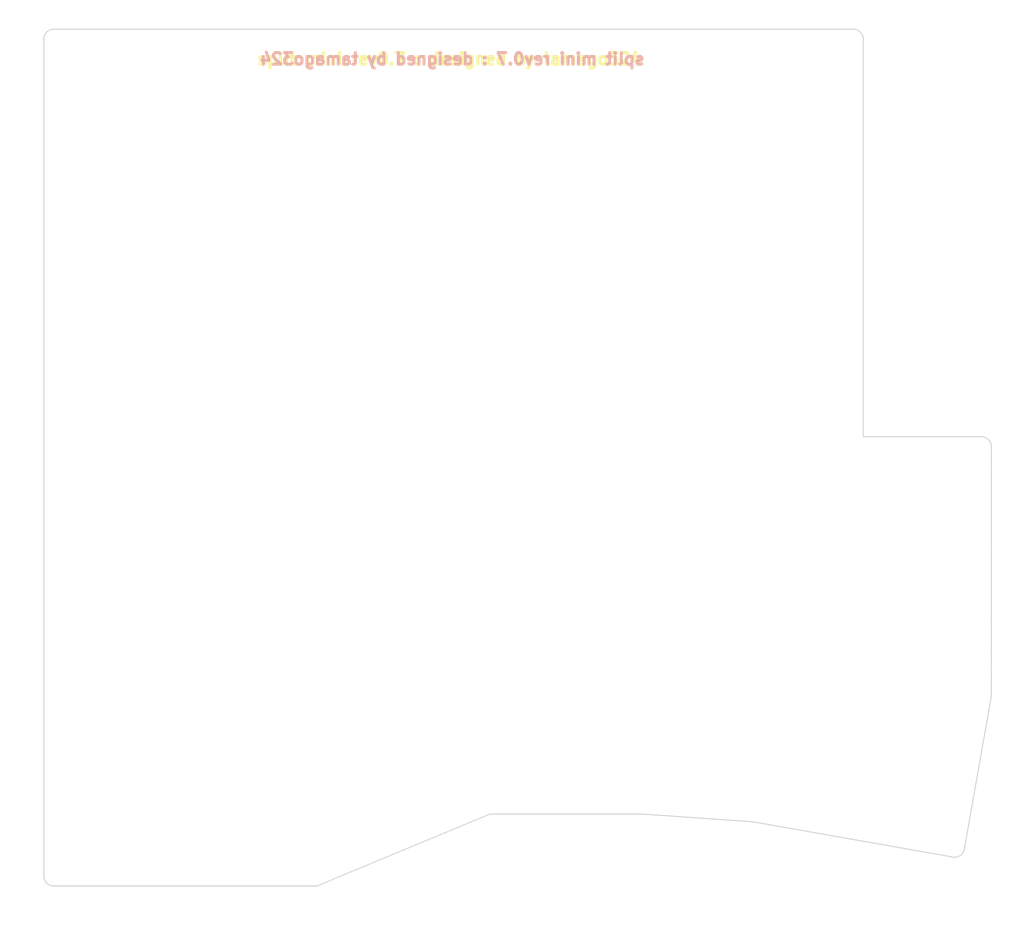
<source format=kicad_pcb>
(kicad_pcb (version 20211014) (generator pcbnew)
  (layers (0 "F.Cu" signal) (31 "B.Cu" signal) (34 "B.Paste" user) (35 "F.Paste" user) (36 "B.SilkS" user "B.Silkscreen") (37 "F.SilkS" user "F.Silkscreen") (38 "B.Mask" user) (39 "F.Mask" user) (44 "Edge.Cuts" user))
  (net 0 "")
  (net 1 "GND")
  (footprint "split-mini:spacer_m2_2.2mm" (layer "F.Cu") (at 52.5 85.5)
    (fp_text reference "HOLE3" hide)
    (fp_text value "Val**" hide)
    (pad "" np_thru_hole circle (at 0 0) (size 2.2 2.2) (drill 2.2) (layers F&B.Cu *.Mask))
  )
  (footprint "split-mini:spacer_m2_2.2mm" (layer "F.Cu") (at 107.25 82.8)
    (fp_text reference "HOLE5" hide)
    (fp_text value "Val**" hide)
    (pad "" np_thru_hole circle (at 0 0) (size 2.2 2.2) (drill 2.2) (layers F&B.Cu *.Mask))
  )
  (footprint "split-mini:spacer_m2_2.2mm" (layer "F.Cu") (at 52.5 103.9)
    (fp_text reference "HOLE4" hide)
    (fp_text value "Val*" hide)
    (pad "" np_thru_hole circle (at 0 0) (size 2.2 2.2) (drill 2.2) (layers F&B.Cu *.Mask))
  )
  (footprint "split-mini:spacer_m2_2.2mm" (layer "F.Cu") (at 94.5 28)
    (fp_text reference "HOLE2" hide)
    (fp_text value "Val**" hide)
    (pad "" np_thru_hole circle (at 0 0) (size 2.2 2.2) (drill 2.2) (layers F&B.Cu *.Mask))
  )
  (footprint "split-mini:spacer_m2_2.2mm" (layer "F.Cu") (at 28.5 30)
    (fp_text reference "HOLE1" hide)
    (fp_text value "Val**" hide)
    (pad "" np_thru_hole circle (at 0 0) (size 2.2 2.2) (drill 2.2) (layers F&B.Cu *.Mask))
  )
  (gr_arc (start 102.500001 23) (mid 103.207107 23.292894) (end 103.500001 24) (layer "Edge.Cuts") (width 0.1))
  (gr_line (start 115.611082 64.797055) (end 103.500001 64.794954) (layer "Edge.Cuts") (width 0.1))
  (gr_line (start 19.500001 24) (end 19.500001 109.875) (layer "Edge.Cuts") (width 0.1))
  (gr_line (start 20.500001 110.875) (end 47.500001 110.875) (layer "Edge.Cuts") (width 0.1))
  (gr_arc (start 113.861108 107.100314) (mid 113.449885 107.745839) (end 112.702652 107.911473) (layer "Edge.Cuts") (width 0.1))
  (gr_line (start 103.500001 64.794954) (end 103.500001 24) (layer "Edge.Cuts") (width 0.1))
  (gr_line (start 65.225001 103.5) (end 80.832493 103.5) (layer "Edge.Cuts") (width 0.1))
  (gr_line (start 113.861108 107.100314) (end 116.627879 91.409175) (layer "Edge.Cuts") (width 0.1))
  (gr_line (start 80.832493 103.5) (end 92.186758 104.293968) (layer "Edge.Cuts") (width 0.1))
  (gr_line (start 102.500001 23) (end 20.500001 23) (layer "Edge.Cuts") (width 0.1))
  (gr_arc (start 20.500001 110.875) (mid 19.792894 110.582107) (end 19.500001 109.875) (layer "Edge.Cuts") (width 0.1))
  (gr_arc (start 19.500001 24) (mid 19.792894 23.292893) (end 20.500001 23) (layer "Edge.Cuts") (width 0.1))
  (gr_line (start 116.627879 91.409175) (end 116.634138 65.846709) (layer "Edge.Cuts") (width 0.1))
  (gr_line (start 92.186758 104.293968) (end 112.702652 107.911473) (layer "Edge.Cuts") (width 0.1))
  (gr_arc (start 115.611082 64.797055) (mid 116.34 65.11) (end 116.634138 65.846709) (layer "Edge.Cuts") (width 0.1))
  (gr_line (start 47.500001 110.875) (end 65.225001 103.5) (layer "Edge.Cuts") (width 0.1))
  (gr_text "split mini rev0.7 : designed by tamago324" (at 61.35 26.05) (layer "B.SilkS") (effects (font (size 1.2 1.2) (thickness 0.3)) (justify mirror)))
  (gr_text "split mini rev0.7 : designed by tamago324" (at 61.1 26.05) (layer "F.SilkS") (effects (font (size 1.2 1.2) (thickness 0.3))))
)
</source>
